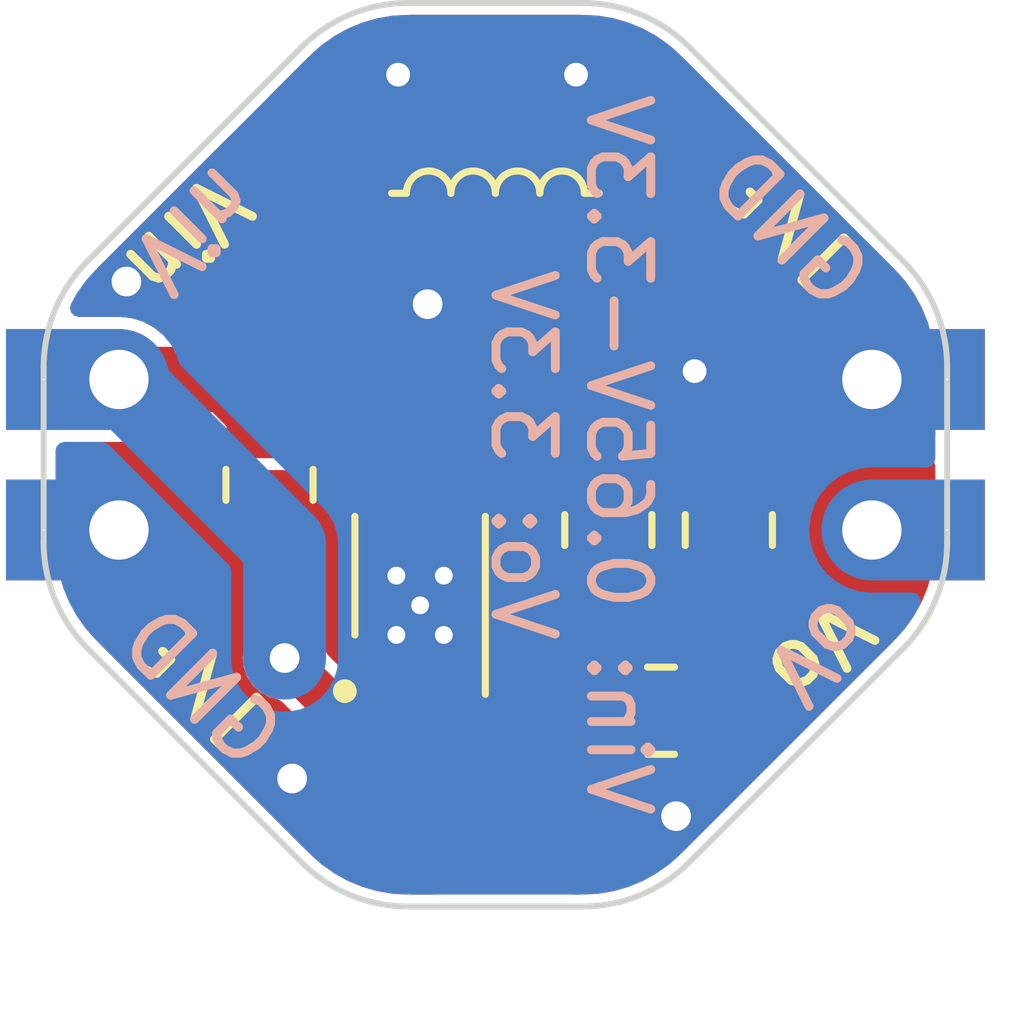
<source format=kicad_pcb>
(kicad_pcb (version 20211014) (generator pcbnew)
  (layers (0 "F.Cu" signal) (31 "B.Cu" signal) (34 "B.Paste" user) (35 "F.Paste" user) (36 "B.SilkS" user "B.Silkscreen") (37 "F.SilkS" user "F.Silkscreen") (38 "B.Mask" user) (39 "F.Mask" user) (44 "Edge.Cuts" user))
  (net 0 "")
  (net 1 "Net-(C2-Pad2)")
  (net 2 "Net-(R1-Pad2)")
  (net 3 "GND")
  (net 4 "Net-(C1-Pad2)")
  (net 6 "Net-(L1-Pad2)")
  (footprint "Capacitor_SMD:C_0805_2012Metric_Pad1.18x1.45mm_HandSolder" (layer "F.Cu") (at 163.83 105.918 90)
    (fp_text reference "C1" hide)
    (fp_text value "10µF")
    (fp_line (start -0.261252 -0.735) (end 0.261252 -0.735) (layer "F.SilkS") (width 0.12))
    (fp_line (start -0.261252 0.735) (end 0.261252 0.735) (layer "F.SilkS") (width 0.12))
    (pad "1" smd roundrect locked (at -1.0375 0 90) (size 1.175 1.45) (layers "F.Cu" "F.Paste" "F.Mask") (roundrect_rratio 0.212766) (net 3 "GND"))
    (pad "2" smd roundrect locked (at 1.0375 0 90) (size 1.175 1.45) (layers "F.Cu" "F.Paste" "F.Mask") (roundrect_rratio 0.212766) (net 4 "Net-(C1-Pad2)"))
  )
  (footprint "Capacitor_SMD:C_0805_2012Metric_Pad1.18x1.45mm_HandSolder" (layer "F.Cu") (at 171.577 106.68 -90)
    (fp_text reference "C2" hide)
    (fp_text value "10µF")
    (fp_line (start -0.261252 0.735) (end 0.261252 0.735) (layer "F.SilkS") (width 0.12))
    (fp_line (start -0.261252 -0.735) (end 0.261252 -0.735) (layer "F.SilkS") (width 0.12))
    (pad "1" smd roundrect locked (at -1.0375 0 270) (size 1.175 1.45) (layers "F.Cu" "F.Paste" "F.Mask") (roundrect_rratio 0.212766) (net 3 "GND"))
    (pad "2" smd roundrect locked (at 1.0375 0 270) (size 1.175 1.45) (layers "F.Cu" "F.Paste" "F.Mask") (roundrect_rratio 0.212766) (net 1 "Net-(C2-Pad2)"))
  )
  (footprint "Capacitor_SMD:C_0805_2012Metric_Pad1.18x1.45mm_HandSolder" (layer "F.Cu") (at 169.545 106.68 -90)
    (fp_text reference "C3" hide)
    (fp_text value "10µF")
    (fp_line (start -0.261252 0.735) (end 0.261252 0.735) (layer "F.SilkS") (width 0.12))
    (fp_line (start -0.261252 -0.735) (end 0.261252 -0.735) (layer "F.SilkS") (width 0.12))
    (pad "1" smd roundrect locked (at -1.0375 0 270) (size 1.175 1.45) (layers "F.Cu" "F.Paste" "F.Mask") (roundrect_rratio 0.212766) (net 3 "GND"))
    (pad "2" smd roundrect locked (at 1.0375 0 270) (size 1.175 1.45) (layers "F.Cu" "F.Paste" "F.Mask") (roundrect_rratio 0.212766) (net 1 "Net-(C2-Pad2)"))
  )
  (footprint "Resistor_SMD:R_0805_2012Metric_Pad1.20x1.40mm_HandSolder" (layer "F.Cu") (at 170.434 109.728 180)
    (fp_text reference "R1" hide)
    (fp_text value "10k")
    (fp_line (start -0.227064 -0.735) (end 0.227064 -0.735) (layer "F.SilkS") (width 0.12))
    (fp_line (start -0.227064 0.735) (end 0.227064 0.735) (layer "F.SilkS") (width 0.12))
    (pad "1" smd roundrect locked (at -1 0 180) (size 1.2 1.4) (layers "F.Cu" "F.Paste" "F.Mask") (roundrect_rratio 0.208333) (net 1 "Net-(C2-Pad2)"))
    (pad "2" smd roundrect locked (at 1 0 180) (size 1.2 1.4) (layers "F.Cu" "F.Paste" "F.Mask") (roundrect_rratio 0.208333) (net 2 "Net-(R1-Pad2)"))
  )
  (footprint "3V3_boost_regulator:DFN8_2x3mm_P0.5mm_EP1.45x1.75mm_hand_solder" (layer "F.Cu") (at 166.37 107.95 90)
    (fp_text reference "U1" hide)
    (fp_text value "MCP1642B/D-33I")
    (fp_line (start 1.5 -1.1) (end -0.5 -1.1) (layer "F.SilkS") (width 0.12))
    (fp_line (start 1.5 1.1) (end -1.5 1.1) (layer "F.SilkS") (width 0.12))
    (fp_circle (center -1.4478 -1.27) (end -1.2478 -1.27) (layer "F.SilkS") (width 0) (fill solid))
    (pad "1" smd rect (at -2.32 -0.75 90) (size 2.49 0.3) (layers "F.Cu" "F.Paste" "F.Mask") (net 4 "Net-(C1-Pad2)"))
    (pad "2" smd rect (at -2.32 -0.25 90) (size 2.49 0.3) (layers "F.Cu" "F.Paste" "F.Mask"))
    (pad "3" smd rect (at -2.32 0.25 90) (size 2.49 0.3) (layers "F.Cu" "F.Paste" "F.Mask") (net 2 "Net-(R1-Pad2)"))
    (pad "4" smd rect (at -2.32 0.75 90) (size 2.49 0.3) (layers "F.Cu" "F.Paste" "F.Mask") (net 1 "Net-(C2-Pad2)"))
    (pad "5" smd rect (at 2.32 0.75 90) (size 2.49 0.3) (layers "F.Cu" "F.Paste" "F.Mask") (net 6 "Net-(L1-Pad2)"))
    (pad "6" smd rect (at 2.32 0.25 90) (size 2.49 0.3) (layers "F.Cu" "F.Paste" "F.Mask") (net 3 "GND"))
    (pad "7" smd rect (at 2.32 -0.25 90) (size 2.49 0.3) (layers "F.Cu" "F.Paste" "F.Mask") (net 3 "GND"))
    (pad "8" smd rect (at 2.32 -0.75 90) (size 2.49 0.3) (layers "F.Cu" "F.Paste" "F.Mask") (net 4 "Net-(C1-Pad2)"))
    (pad "9" thru_hole circle (at 0 0 90) (size 0.6 0.6) (drill 0.3) (layers *.Cu *.Mask) (net 3 "GND"))
    (pad "9" thru_hole circle (at -0.5 0.4 90) (size 0.6 0.6) (drill 0.3) (layers *.Cu *.Mask) (net 3 "GND"))
    (pad "9" thru_hole circle (at 0.5 -0.4 90) (size 0.6 0.6) (drill 0.3) (layers *.Cu *.Mask) (net 3 "GND"))
    (pad "9" thru_hole circle (at -0.5 -0.4 90) (size 0.6 0.6) (drill 0.3) (layers *.Cu *.Mask) (net 3 "GND"))
    (pad "9" smd rect (at 0 0 90) (size 1.75 1.45) (layers "F.Cu" "F.Mask") (net 3 "GND"))
    (pad "9" thru_hole circle (at 0.5 0.4 90) (size 0.6 0.6) (drill 0.3) (layers *.Cu *.Mask) (net 3 "GND"))
    (pad "9" smd rect (at 0 0 90) (size 1.75 1.45) (layers "B.Cu" "B.Mask") (net 3 "GND"))
  )
  (footprint "3V3_boost_regulator:B82462A4" (layer "F.Cu") (at 167.64 101)
    (fp_text reference "L1" hide)
    (fp_text value "4.7µH")
    (fp_line (start -1.5 0) (end -1.75 0) (layer "F.SilkS") (width 0.12))
    (fp_line (start 1.5 0) (end 1.75 0) (layer "F.SilkS") (width 0.12))
    (fp_arc (start -0.75 0) (mid -0.375 -0.375) (end 0 0) (layer "F.SilkS") (width 0.12))
    (fp_arc (start 0.75 0) (mid 1.125 -0.375) (end 1.5 0) (layer "F.SilkS") (width 0.12))
    (fp_arc (start -1.5 0) (mid -1.125 -0.375) (end -0.75 0) (layer "F.SilkS") (width 0.12))
    (fp_arc (start 0 0) (mid 0.375 -0.375) (end 0.75 0) (layer "F.SilkS") (width 0.12))
    (pad "1" smd rect (at -2.75 0) (size 1.5 2.4) (layers "F.Cu" "F.Paste" "F.Mask") (net 4 "Net-(C1-Pad2)"))
    (pad "2" smd rect (at 2.75 0) (size 1.5 2.4) (layers "F.Cu" "F.Paste" "F.Mask") (net 6 "Net-(L1-Pad2)"))
  )
  (footprint "3V3_boost_regulator:PinHeader_1x02_P2.54mm_Vertical_with_Edge_Connector" (layer "B.Cu") (at 173.99 104.14 180)
    (fp_text reference "J2" hide)
    (fp_text value "Output")
    (pad "1" thru_hole oval (at 0 0 180) (size 1.7 1.7) (drill 1) (layers *.Cu *.Mask) (net 3 "GND"))
    (pad "1" thru_hole custom (at -1.27 0 180) (size 0.0254 0.0254) (drill 1) (property pad_prop_castellated) (layers *.Cu *.Mask) (net 3 "GND") (options (clearance outline) (anchor circle)) (primitives (gr_poly (pts (xy 1.27 -0.85) (xy -0.635 -0.85) (xy -0.635 0.85) (xy 1.27 0.85)) (width 0) (fill yes))))
    (pad "2" thru_hole custom (at -1.27 -2.54 180) (size 0.0254 0.0254) (drill 1) (property pad_prop_castellated) (layers *.Cu *.Mask) (net 1 "Net-(C2-Pad2)") (options (clearance outline) (anchor circle)) (primitives (gr_poly (pts (xy 1.27 -0.85) (xy -0.635 -0.85) (xy -0.635 0.85) (xy 1.27 0.85)) (width 0) (fill yes))))
    (pad "2" thru_hole oval (at 0 -2.54 180) (size 1.7 1.7) (drill 1) (layers *.Cu *.Mask) (net 1 "Net-(C2-Pad2)"))
  )
  (footprint "3V3_boost_regulator:PinHeader_1x02_P2.54mm_Vertical_with_Edge_Connector" (layer "B.Cu") (at 161.29 106.68)
    (fp_text reference "J1" hide)
    (fp_text value "Input")
    (pad "1" thru_hole oval (at 0 0) (size 1.7 1.7) (drill 1) (layers *.Cu *.Mask) (net 3 "GND"))
    (pad "1" thru_hole custom (at -1.27 0) (size 0.0254 0.0254) (drill 1) (property pad_prop_castellated) (layers *.Cu *.Mask) (net 3 "GND") (options (clearance outline) (anchor circle)) (primitives (gr_poly (pts (xy 1.27 -0.85) (xy -0.635 -0.85) (xy -0.635 0.85) (xy 1.27 0.85)) (width 0) (fill yes))))
    (pad "2" thru_hole oval (at 0 -2.54) (size 1.7 1.7) (drill 1) (layers *.Cu *.Mask) (net 4 "Net-(C1-Pad2)"))
    (pad "2" thru_hole custom (at -1.27 -2.54) (size 0.0254 0.0254) (drill 1) (property pad_prop_castellated) (layers *.Cu *.Mask) (net 4 "Net-(C1-Pad2)") (options (clearance outline) (anchor circle)) (primitives (gr_poly (pts (xy 1.27 -0.85) (xy -0.635 -0.85) (xy -0.635 0.85) (xy 1.27 0.85)) (width 0) (fill yes))))
  )
  (gr_arc (start 169.1132 97.79) (mid 170.085216 97.983346) (end 170.909251 98.533949) (layer "Edge.Cuts") (width 0.1))
  (gr_arc (start 164.370749 98.533949) (mid 165.194784 97.983347) (end 166.1668 97.79) (layer "Edge.Cuts") (width 0.1))
  (gr_line (start 160.763949 108.679251) (end 164.370749 112.286051) (layer "Edge.Cuts") (width 0.1))
  (gr_arc (start 174.516051 102.140749) (mid 175.066653 102.964784) (end 175.26 103.9368) (layer "Edge.Cuts") (width 0.1))
  (gr_arc (start 160.02 103.9368) (mid 160.213346 102.964784) (end 160.763949 102.140749) (layer "Edge.Cuts") (width 0.1))
  (gr_line (start 170.909251 112.286051) (end 174.516051 108.679251) (layer "Edge.Cuts") (width 0.1))
  (gr_arc (start 166.1668 113.03) (mid 165.194784 112.836654) (end 164.370749 112.286051) (layer "Edge.Cuts") (width 0.1))
  (gr_line (start 160.02 103.9368) (end 160.02 106.8832) (layer "Edge.Cuts") (width 0.1))
  (gr_arc (start 170.909251 112.286051) (mid 170.085216 112.836653) (end 169.1132 113.03) (layer "Edge.Cuts") (width 0.1))
  (gr_arc (start 175.26 106.8832) (mid 175.066654 107.855216) (end 174.516051 108.679251) (layer "Edge.Cuts") (width 0.1))
  (gr_line (start 175.26 106.8832) (end 175.26 103.9368) (layer "Edge.Cuts") (width 0.1))
  (gr_line (start 164.370749 98.533949) (end 160.763949 102.140749) (layer "Edge.Cuts") (width 0.1))
  (gr_arc (start 160.763949 108.679251) (mid 160.213347 107.855216) (end 160.02 106.8832) (layer "Edge.Cuts") (width 0.1))
  (gr_line (start 166.1668 113.03) (end 169.1132 113.03) (layer "Edge.Cuts") (width 0.1))
  (gr_line (start 169.1132 97.79) (end 166.1668 97.79) (layer "Edge.Cuts") (width 0.1))
  (gr_line (start 174.516051 102.140749) (end 170.909251 98.533949) (layer "Edge.Cuts") (width 0.1))
  (gr_text "GND" (at 162.687 109.347 315) (layer "B.SilkS") (effects (font (size 1 1)) (justify mirror)))
  (gr_text "Vo" (at 173.101 108.712 225) (layer "B.SilkS") (effects (font (size 1 1)) (justify mirror)))
  (gr_text "Vin: 0.65V-3.3V\nVo: 3.3V" (at 168.91 105.41 270) (layer "B.SilkS") (effects (font (size 1 1)) (justify mirror)))
  (gr_text "GND" (at 172.593 101.6 315) (layer "B.SilkS") (effects (font (size 1 1)) (justify mirror)))
  (gr_text "Vin" (at 162.56 101.6 225) (layer "B.SilkS") (effects (font (size 1 1)) (justify mirror)))
  (gr_text "Vin" (at 162.433 101.727 225) (layer "F.SilkS") (effects (font (size 1 1))))
  (gr_text "GND" (at 172.593 101.6 315) (layer "F.SilkS") (effects (font (size 1 1))))
  (gr_text "Vo" (at 173.101 108.712 225) (layer "F.SilkS") (effects (font (size 1 1))))
  (gr_text "GND" (at 162.687 109.347 -45) (layer "F.SilkS") (effects (font (size 1 1))))
  (segment (start 167.12 111.748) (end 167.386 112.014) (width 0.3) (layer "F.Cu") (net 1))
  (segment (start 167.12 110.27) (end 167.12 111.748) (width 0.3) (layer "F.Cu") (net 1))
  (segment (start 167.386 112.014) (end 168.148 112.014) (width 0.3) (layer "F.Cu") (net 1))
  (segment (start 168.402 111.76) (end 168.402 108.204) (width 0.3) (layer "F.Cu") (net 1))
  (segment (start 168.402 108.204) (end 168.8885 107.7175) (width 0.3) (layer "F.Cu") (net 1))
  (segment (start 168.148 112.014) (end 168.402 111.76) (width 0.3) (layer "F.Cu") (net 1))
  (segment (start 168.8885 107.7175) (end 169.545 107.7175) (width 0.3) (layer "F.Cu") (net 1))
  (segment (start 167.12352 112.51352) (end 168.41048 112.51352) (width 0.3) (layer "F.Cu") (net 2))
  (segment (start 169.434 111.49) (end 169.434 109.728) (width 0.3) (layer "F.Cu") (net 2))
  (segment (start 168.41048 112.51352) (end 169.434 111.49) (width 0.3) (layer "F.Cu") (net 2))
  (segment (start 166.62 112.01) (end 167.12352 112.51352) (width 0.3) (layer "F.Cu") (net 2))
  (segment (start 166.62 110.27) (end 166.62 112.01) (width 0.3) (layer "F.Cu") (net 2))
  (segment (start 166.62 107.7) (end 166.37 107.95) (width 0.3) (layer "F.Cu") (net 3))
  (segment (start 169.545 105.6425) (end 171.577 105.6425) (width 0.6) (layer "F.Cu") (net 3))
  (segment (start 166.62 105.63) (end 166.62 107.7) (width 0.3) (layer "F.Cu") (net 3))
  (segment (start 166.12 107.7) (end 166.37 107.95) (width 0.3) (layer "F.Cu") (net 3))
  (segment (start 163.83 106.9555) (end 161.5655 106.9555) (width 1.1) (layer "F.Cu") (net 3))
  (segment (start 163.83 106.9555) (end 164.8245 107.95) (width 0.6) (layer "F.Cu") (net 3))
  (segment (start 166.12 105.63) (end 166.12 107.7) (width 0.3) (layer "F.Cu") (net 3))
  (segment (start 161.5655 106.9555) (end 161.29 106.68) (width 1.1) (layer "F.Cu") (net 3))
  (segment (start 164.8245 107.95) (end 166.37 107.95) (width 0.6) (layer "F.Cu") (net 3))
  (via (at 171 104) (size 0.8) (drill 0.4) (layers "F.Cu" "B.Cu") (net 3))
  (via (at 169 99) (size 0.8) (drill 0.4) (layers "F.Cu" "B.Cu") (net 3))
  (via (at 166 99) (size 0.8) (drill 0.4) (layers "F.Cu" "B.Cu") (net 3))
  (via (at 164.211 110.871) (size 1) (drill 0.5) (layers "F.Cu" "B.Cu") (net 3))
  (via (at 161.417 102.489) (size 1) (drill 0.5) (layers "F.Cu" "B.Cu") (net 3))
  (via (at 166.497 102.87) (size 1) (drill 0.5) (layers "F.Cu" "B.Cu") (net 3))
  (via (at 170.688 111.506) (size 1) (drill 0.5) (layers "F.Cu" "B.Cu") (net 3))
  (segment (start 165.227 109.982) (end 165.420489 109.982) (width 0.7) (layer "F.Cu") (net 4))
  (segment (start 163.0895 104.14) (end 163.83 104.8805) (width 1.1) (layer "F.Cu") (net 4))
  (segment (start 161.29 104.14) (end 163.0895 104.14) (width 1.1) (layer "F.Cu") (net 4))
  (segment (start 165.62 105.63) (end 165.62 103.644) (width 0.3) (layer "F.Cu") (net 4))
  (segment (start 164.084 108.839) (end 165.227 109.982) (width 0.7) (layer "F.Cu") (net 4))
  (via (at 164.084 108.839) (size 1) (drill 0.5) (layers "F.Cu" "B.Cu") (net 4))
  (segment (start 164.084 106.934) (end 164.084 108.839) (width 1.4) (layer "B.Cu") (net 4))
  (segment (start 161.29 104.14) (end 164.084 106.934) (width 1.4) (layer "B.Cu") (net 4))
  (segment (start 167.12 105.63) (end 167.12 104.152) (width 0.3) (layer "F.Cu") (net 6))
  (zone (net 3) (net_name "GND") (layers F&B.Cu) (name "GND") (connect_pads yes (clearance 0.2)) (min_thickness 0.3) (fill yes (thermal_gap 0.3) (thermal_bridge_width 0.5) (smoothing fillet) (radius 0.5) (island_removal_mode 1) (island_area_min 0))
    (polygon (pts (xy 175.26 113.03) (xy 160.02 113.03) (xy 160.02 97.79) (xy 175.26 97.79)))
  )
  (zone (net 4) (net_name "Net-(C1-Pad2)") (layer "F.Cu") (priority 2) (connect_pads yes (clearance 0.2)) (min_thickness 0.3) (fill yes (thermal_gap 0.3) (thermal_bridge_width 0.5) (smoothing fillet) (radius 0.5))
    (polygon (pts (xy 165.77 103.64) (xy 165.77 105.47) (xy 163.94 105.47) (xy 163.06 104.93) (xy 163.63 99.8) (xy 165.64 99.8)))
  )
  (zone (net 1) (net_name "Net-(C2-Pad2)") (layer "F.Cu") (name "Vout") (priority 1) (connect_pads yes (clearance 0.2)) (min_thickness 0.3) (fill yes (thermal_gap 0.3) (thermal_bridge_width 0.5) (smoothing fillet) (radius 0.5))
    (polygon (pts (xy 175.26 110.744) (xy 170.18 110.744) (xy 170.18 109.22) (xy 168.656 109.22) (xy 168.656 111.76) (xy 168.148 112.268) (xy 167.64 112.268) (xy 167.64 107.188) (xy 168.402 106.426) (xy 171.45 106.426) (xy 171.45 105.41) (xy 175.26 105.41)))
  )
  (zone (net 3) (net_name "GND") (layer "F.Cu") (name "GND") (connect_pads yes (clearance 0.2)) (min_thickness 0.3) (fill yes (thermal_gap 0.3) (thermal_bridge_width 0.5) (smoothing fillet) (radius 0.5))
    (polygon (pts (xy 175.26 105.41) (xy 168.656 105.41) (xy 168.656 106.172) (xy 167.64 106.172) (xy 167.64 104.648) (xy 168.148 104.14) (xy 171.196 104.14) (xy 173.482 101.854) (xy 175.26 101.854)))
  )
  (zone (net 6) (net_name "Net-(L1-Pad2)") (layer "F.Cu") (priority 2) (connect_pads yes (clearance 0.2)) (min_thickness 0.3) (fill yes (thermal_gap 0.3) (thermal_bridge_width 0.5) (smoothing fillet) (radius 0.5))
    (polygon (pts (xy 171.14 101.06) (xy 171.14 102.53) (xy 167.27 104.16) (xy 167.27 104.48) (xy 166.97 104.48) (xy 166.97 103.56) (xy 169.36 99.8) (xy 171.14 99.8)))
  )
)
</source>
